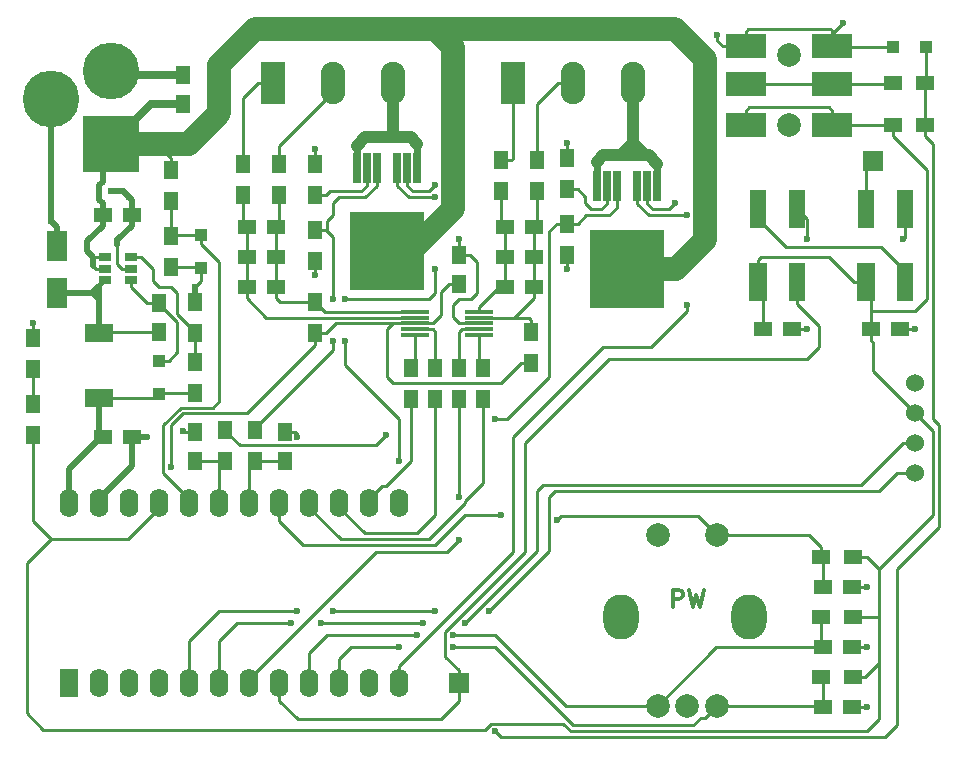
<source format=gbr>
G04 #@! TF.FileFunction,Copper,L1,Top,Signal*
%FSLAX46Y46*%
G04 Gerber Fmt 4.6, Leading zero omitted, Abs format (unit mm)*
G04 Created by KiCad (PCBNEW 4.0.7) date 07/05/18 11:54:09*
%MOMM*%
%LPD*%
G01*
G04 APERTURE LIST*
%ADD10C,0.100000*%
%ADD11C,0.300000*%
%ADD12R,1.500000X1.250000*%
%ADD13R,1.250000X1.500000*%
%ADD14R,1.500000X3.200000*%
%ADD15R,1.400000X3.200000*%
%ADD16R,1.300000X1.500000*%
%ADD17R,3.500000X2.000000*%
%ADD18C,2.000000*%
%ADD19R,2.080000X3.600000*%
%ADD20O,2.080000X3.600000*%
%ADD21C,4.800000*%
%ADD22R,4.800000X4.800000*%
%ADD23R,2.400000X1.500000*%
%ADD24R,1.500000X1.300000*%
%ADD25O,3.000000X3.800000*%
%ADD26R,1.600000X2.400000*%
%ADD27O,1.600000X2.400000*%
%ADD28R,0.650000X2.500000*%
%ADD29R,6.300000X6.600000*%
%ADD30R,2.450000X0.300000*%
%ADD31R,1.060000X0.650000*%
%ADD32R,1.800000X2.500000*%
%ADD33R,1.100000X1.100000*%
%ADD34R,1.700000X1.700000*%
%ADD35C,1.524000*%
%ADD36C,0.600000*%
%ADD37C,0.250000*%
%ADD38C,0.500000*%
%ADD39C,0.650000*%
%ADD40C,2.000000*%
%ADD41C,1.000000*%
%ADD42C,0.600000*%
G04 APERTURE END LIST*
D10*
D11*
X130322000Y-79926571D02*
X130322000Y-78426571D01*
X130893428Y-78426571D01*
X131036286Y-78498000D01*
X131107714Y-78569429D01*
X131179143Y-78712286D01*
X131179143Y-78926571D01*
X131107714Y-79069429D01*
X131036286Y-79140857D01*
X130893428Y-79212286D01*
X130322000Y-79212286D01*
X131679143Y-78426571D02*
X132036286Y-79926571D01*
X132322000Y-78855143D01*
X132607714Y-79926571D01*
X132964857Y-78426571D01*
D12*
X143022000Y-78232000D03*
X145522000Y-78232000D03*
D13*
X89916000Y-67564000D03*
X89916000Y-65064000D03*
X97536000Y-67564000D03*
X97536000Y-65064000D03*
D12*
X143022000Y-83312000D03*
X145522000Y-83312000D03*
D13*
X88900000Y-37318000D03*
X88900000Y-34818000D03*
D12*
X147086000Y-56388000D03*
X149586000Y-56388000D03*
X143022000Y-88392000D03*
X145522000Y-88392000D03*
X137942000Y-56388000D03*
X140442000Y-56388000D03*
X82062000Y-46736000D03*
X84562000Y-46736000D03*
X118598000Y-50292000D03*
X116098000Y-50292000D03*
X96754000Y-50292000D03*
X94254000Y-50292000D03*
X118598000Y-52832000D03*
X116098000Y-52832000D03*
X96754000Y-52832000D03*
X94254000Y-52832000D03*
X118598000Y-47752000D03*
X116098000Y-47752000D03*
X96754000Y-47752000D03*
X94254000Y-47752000D03*
D13*
X86868000Y-54122000D03*
X86868000Y-56622000D03*
D12*
X82062000Y-65532000D03*
X84562000Y-65532000D03*
D14*
X137542000Y-52376000D03*
D15*
X137542000Y-46176000D03*
X140842000Y-46176000D03*
X140842000Y-52376000D03*
D14*
X146686000Y-52376000D03*
D15*
X146686000Y-46176000D03*
X149986000Y-46176000D03*
X149986000Y-52376000D03*
D16*
X76200000Y-57070000D03*
X76200000Y-59770000D03*
D17*
X143858000Y-39116000D03*
X136558000Y-39116000D03*
X136558000Y-32416000D03*
X143858000Y-32416000D03*
X143858000Y-35616000D03*
X136558000Y-35616000D03*
D18*
X140208000Y-39116000D03*
X140208000Y-33116000D03*
D19*
X116840000Y-35560000D03*
D20*
X121920000Y-35560000D03*
X127000000Y-35560000D03*
D19*
X96520000Y-35560000D03*
D20*
X101600000Y-35560000D03*
X106680000Y-35560000D03*
D21*
X82804000Y-34544000D03*
D22*
X82804000Y-40644000D03*
D21*
X77724000Y-36834000D03*
D23*
X81788000Y-56686000D03*
X81788000Y-62186000D03*
D16*
X92456000Y-67564000D03*
X92456000Y-64864000D03*
X94996000Y-67564000D03*
X94996000Y-64864000D03*
X121412000Y-44530000D03*
X121412000Y-41830000D03*
X100076000Y-45038000D03*
X100076000Y-42338000D03*
X121412000Y-50118000D03*
X121412000Y-47418000D03*
X100076000Y-50626000D03*
X100076000Y-47926000D03*
X114300000Y-59610000D03*
X114300000Y-62310000D03*
X108204000Y-59610000D03*
X108204000Y-62310000D03*
D24*
X149018000Y-39116000D03*
X151718000Y-39116000D03*
X149018000Y-35560000D03*
X151718000Y-35560000D03*
D16*
X110236000Y-59610000D03*
X110236000Y-62310000D03*
X112268000Y-59610000D03*
X112268000Y-62310000D03*
X118364000Y-59262000D03*
X118364000Y-56562000D03*
X100076000Y-56722000D03*
X100076000Y-54022000D03*
D24*
X145622000Y-75692000D03*
X142922000Y-75692000D03*
X145622000Y-80772000D03*
X142922000Y-80772000D03*
X145622000Y-85852000D03*
X142922000Y-85852000D03*
D16*
X118872000Y-42004000D03*
X118872000Y-44704000D03*
X115824000Y-42004000D03*
X115824000Y-44704000D03*
X97028000Y-42338000D03*
X97028000Y-45038000D03*
X93980000Y-42338000D03*
X93980000Y-45038000D03*
X89916000Y-61802000D03*
X89916000Y-59102000D03*
X89916000Y-56722000D03*
X89916000Y-54022000D03*
X87884000Y-42846000D03*
X87884000Y-45546000D03*
X87884000Y-48434000D03*
X87884000Y-51134000D03*
X76200000Y-65358000D03*
X76200000Y-62658000D03*
D18*
X129072000Y-88272000D03*
X131572000Y-88272000D03*
X134072000Y-88272000D03*
X134072000Y-73772000D03*
X129072000Y-73772000D03*
D25*
X125972000Y-80772000D03*
X136772000Y-80772000D03*
D26*
X79248000Y-86360000D03*
D27*
X107188000Y-71120000D03*
X81788000Y-86360000D03*
X104648000Y-71120000D03*
X84328000Y-86360000D03*
X102108000Y-71120000D03*
X86868000Y-86360000D03*
X99568000Y-71120000D03*
X89408000Y-86360000D03*
X97028000Y-71120000D03*
X91948000Y-86360000D03*
X94488000Y-71120000D03*
X94488000Y-86360000D03*
X91948000Y-71120000D03*
X97028000Y-86360000D03*
X89408000Y-71120000D03*
X99568000Y-86360000D03*
X86868000Y-71120000D03*
X102108000Y-86360000D03*
X84328000Y-71120000D03*
X104648000Y-86360000D03*
X81788000Y-71120000D03*
X107188000Y-86360000D03*
X79248000Y-71120000D03*
D28*
X129042000Y-44238000D03*
X128192000Y-44238000D03*
X127342000Y-44238000D03*
D29*
X126492000Y-51308000D03*
D28*
X125642000Y-44238000D03*
X124792000Y-44238000D03*
X123942000Y-44238000D03*
X108722000Y-42714000D03*
X107872000Y-42714000D03*
X107022000Y-42714000D03*
D29*
X106172000Y-49784000D03*
D28*
X105322000Y-42714000D03*
X104472000Y-42714000D03*
X103622000Y-42714000D03*
D30*
X113952000Y-56880000D03*
X113952000Y-56380000D03*
X113952000Y-55880000D03*
X113952000Y-55380000D03*
X113952000Y-54880000D03*
X108552000Y-54880000D03*
X108552000Y-55380000D03*
X108552000Y-55880000D03*
X108552000Y-56380000D03*
X108552000Y-56880000D03*
D31*
X84496000Y-52192000D03*
X84496000Y-51242000D03*
X84496000Y-50292000D03*
X82296000Y-50292000D03*
X82296000Y-52192000D03*
X82296000Y-51242000D03*
D32*
X78232000Y-53308000D03*
X78232000Y-49308000D03*
D33*
X86868000Y-59052000D03*
X86868000Y-61852000D03*
X151768000Y-32512000D03*
X148968000Y-32512000D03*
X90424000Y-48384000D03*
X90424000Y-51184000D03*
D13*
X112268000Y-52558000D03*
X112268000Y-50058000D03*
D34*
X112268000Y-86360000D03*
X147320000Y-42164000D03*
D35*
X150876000Y-60960000D03*
X150876000Y-63500000D03*
X150876000Y-66040000D03*
X150876000Y-68580000D03*
D36*
X146812000Y-88392000D03*
X146812000Y-83312000D03*
X146812000Y-78232000D03*
X141732000Y-48768000D03*
X141732000Y-56388000D03*
X150876000Y-56388000D03*
X149860000Y-48768000D03*
X76200000Y-55880000D03*
X98552000Y-65513991D03*
X88900000Y-65024000D03*
X144780000Y-30480000D03*
X134112000Y-31496000D03*
X130556000Y-45720000D03*
X121412000Y-40640000D03*
X121412000Y-51308000D03*
X112268000Y-48768000D03*
X110236000Y-44196000D03*
X100076000Y-51816000D03*
X100076000Y-41148000D03*
X85852000Y-65532000D03*
X89916000Y-52832000D03*
X77724000Y-47244000D03*
X82804000Y-44704000D03*
X83820000Y-44704000D03*
X77724000Y-43180000D03*
X84328000Y-45212000D03*
X107188000Y-83312000D03*
X111760000Y-83312000D03*
X108712000Y-82296000D03*
X111760000Y-82296000D03*
X120563010Y-72496642D03*
X115824000Y-72136000D03*
X87884000Y-68072000D03*
X112268000Y-74201358D03*
X112221377Y-70539918D03*
X115316000Y-90424000D03*
X106032200Y-65330810D03*
X115316000Y-64008000D03*
X101600000Y-57404000D03*
X101600000Y-53848000D03*
X98044000Y-81280000D03*
X100584000Y-81280000D03*
X109220000Y-81280000D03*
X112776000Y-81280000D03*
X98552000Y-80264000D03*
X101600000Y-80264000D03*
X110236000Y-80264000D03*
X114808000Y-80264000D03*
X110236000Y-51308000D03*
X107188000Y-67564000D03*
X102616000Y-57404000D03*
X102616000Y-53848000D03*
X110236000Y-45212000D03*
X131572000Y-54356000D03*
X131572000Y-46736000D03*
D37*
X145522000Y-88392000D02*
X146812000Y-88392000D01*
X145522000Y-83312000D02*
X146812000Y-83312000D01*
X145522000Y-78232000D02*
X146812000Y-78232000D01*
X141732000Y-48768000D02*
X141732000Y-47066000D01*
X141732000Y-47066000D02*
X140842000Y-46176000D01*
X140442000Y-56388000D02*
X141732000Y-56388000D01*
X150876000Y-56388000D02*
X149586000Y-56388000D01*
X149986000Y-46176000D02*
X149986000Y-48642000D01*
X149986000Y-48642000D02*
X149860000Y-48768000D01*
X76200000Y-57070000D02*
X76200000Y-55880000D01*
X98552000Y-65205000D02*
X98552000Y-65513991D01*
X98411000Y-65064000D02*
X98552000Y-65205000D01*
X97536000Y-65064000D02*
X98411000Y-65064000D01*
X89916000Y-65064000D02*
X88940000Y-65064000D01*
X88940000Y-65064000D02*
X88900000Y-65024000D01*
X90424000Y-51184000D02*
X90424000Y-52324000D01*
X90424000Y-52324000D02*
X89916000Y-52832000D01*
X87884000Y-51134000D02*
X90374000Y-51134000D01*
X90374000Y-51134000D02*
X90424000Y-51184000D01*
X143858000Y-32416000D02*
X143858000Y-31402000D01*
X143858000Y-31402000D02*
X144780000Y-30480000D01*
X136558000Y-32416000D02*
X134558000Y-32416000D01*
X134558000Y-32416000D02*
X134112000Y-31970000D01*
X134112000Y-31970000D02*
X134112000Y-31496000D01*
X128682000Y-46228000D02*
X129540000Y-46228000D01*
X129540000Y-46228000D02*
X130048000Y-46228000D01*
X130048000Y-46228000D02*
X130556000Y-45720000D01*
X121412000Y-41830000D02*
X121412000Y-40640000D01*
X121412000Y-50118000D02*
X121412000Y-51308000D01*
X112268000Y-50058000D02*
X112268000Y-48768000D01*
X108362000Y-44704000D02*
X109220000Y-44704000D01*
X109220000Y-44704000D02*
X109728000Y-44704000D01*
X109728000Y-44704000D02*
X110236000Y-44196000D01*
X100076000Y-50626000D02*
X100076000Y-51816000D01*
X100076000Y-42338000D02*
X100076000Y-41148000D01*
D38*
X84562000Y-65532000D02*
X85852000Y-65532000D01*
X89916000Y-54022000D02*
X89916000Y-52832000D01*
X77724000Y-36834000D02*
X77724000Y-47244000D01*
X78232000Y-49308000D02*
X78232000Y-47752000D01*
X78232000Y-47752000D02*
X77724000Y-47244000D01*
X81788000Y-71120000D02*
X81788000Y-70720000D01*
X81788000Y-70720000D02*
X84562000Y-67946000D01*
X84562000Y-67946000D02*
X84562000Y-65532000D01*
X83820000Y-44704000D02*
X82804000Y-44704000D01*
X84328000Y-45212000D02*
X83820000Y-44704000D01*
X84562000Y-46736000D02*
X84562000Y-45446000D01*
X84562000Y-45446000D02*
X84328000Y-45212000D01*
D37*
X83312000Y-50838000D02*
X83312000Y-49276000D01*
D38*
X83312000Y-48768000D02*
X83312000Y-49276000D01*
X83312000Y-48768000D02*
X83405000Y-48768000D01*
X83405000Y-48768000D02*
X84562000Y-47611000D01*
X84562000Y-46736000D02*
X84562000Y-47611000D01*
D37*
X84496000Y-51242000D02*
X83716000Y-51242000D01*
X83716000Y-51242000D02*
X83312000Y-50838000D01*
D39*
X88900000Y-34818000D02*
X83078000Y-34818000D01*
X83078000Y-34818000D02*
X82804000Y-34544000D01*
D37*
X112268000Y-50058000D02*
X113143000Y-50058000D01*
X113143000Y-50058000D02*
X113792000Y-50707000D01*
X113792000Y-50707000D02*
X113792000Y-53340000D01*
X113792000Y-53340000D02*
X113284000Y-53848000D01*
X113284000Y-53848000D02*
X112268000Y-53848000D01*
X112268000Y-53848000D02*
X111760000Y-54356000D01*
X112268000Y-55880000D02*
X113952000Y-55880000D01*
X111760000Y-54356000D02*
X111760000Y-55372000D01*
X111760000Y-55372000D02*
X112268000Y-55880000D01*
X136558000Y-32416000D02*
X136558000Y-31166000D01*
X136558000Y-31166000D02*
X136736000Y-30988000D01*
X136736000Y-30988000D02*
X143764000Y-30988000D01*
X143764000Y-30988000D02*
X143858000Y-31082000D01*
X143858000Y-31082000D02*
X143858000Y-32416000D01*
X148968000Y-32512000D02*
X143954000Y-32512000D01*
X143954000Y-32512000D02*
X143858000Y-32416000D01*
X93980000Y-42338000D02*
X93980000Y-36810000D01*
X93980000Y-36810000D02*
X95230000Y-35560000D01*
X95230000Y-35560000D02*
X96520000Y-35560000D01*
X116840000Y-35560000D02*
X116840000Y-41888000D01*
X116724000Y-42004000D02*
X115824000Y-42004000D01*
X116840000Y-41888000D02*
X116724000Y-42004000D01*
X128192000Y-44238000D02*
X128192000Y-45738000D01*
X128192000Y-45738000D02*
X128682000Y-46228000D01*
X107872000Y-42714000D02*
X107872000Y-44214000D01*
X107872000Y-44214000D02*
X108362000Y-44704000D01*
X87208999Y-68520999D02*
X89408000Y-70720000D01*
X87208999Y-64483879D02*
X87208999Y-68520999D01*
X88692888Y-62999990D02*
X87208999Y-64483879D01*
X89408000Y-70720000D02*
X89408000Y-71120000D01*
X91432011Y-62999989D02*
X88692888Y-62999990D01*
X91948000Y-62484000D02*
X91432011Y-62999989D01*
X91948000Y-50708000D02*
X91948000Y-62484000D01*
X90424000Y-49184000D02*
X91948000Y-50708000D01*
X90424000Y-48384000D02*
X90424000Y-49184000D01*
X87884000Y-48434000D02*
X87884000Y-45546000D01*
X90424000Y-48384000D02*
X87934000Y-48384000D01*
X87934000Y-48384000D02*
X87884000Y-48434000D01*
X90374000Y-48434000D02*
X90424000Y-48384000D01*
X103124000Y-83312000D02*
X102108000Y-84328000D01*
X102108000Y-84328000D02*
X102108000Y-86360000D01*
X107188000Y-83312000D02*
X103124000Y-83312000D01*
X121920000Y-89916000D02*
X115316000Y-83312000D01*
X115316000Y-83312000D02*
X111760000Y-83312000D01*
X132080000Y-89916000D02*
X121920000Y-89916000D01*
X132724001Y-89271999D02*
X132080000Y-89916000D01*
X133072001Y-89271999D02*
X132724001Y-89271999D01*
X134072000Y-88272000D02*
X133072001Y-89271999D01*
X143022000Y-88392000D02*
X143022000Y-85952000D01*
X143022000Y-85952000D02*
X142922000Y-85852000D01*
X134072000Y-88272000D02*
X142902000Y-88272000D01*
X142902000Y-88272000D02*
X143022000Y-88392000D01*
X101092000Y-82296000D02*
X99568000Y-83820000D01*
X99568000Y-83820000D02*
X99568000Y-86360000D01*
X108712000Y-82296000D02*
X101092000Y-82296000D01*
X121292000Y-88272000D02*
X115316000Y-82296000D01*
X115316000Y-82296000D02*
X111760000Y-82296000D01*
X129072000Y-88272000D02*
X121292000Y-88272000D01*
X142922000Y-80772000D02*
X142922000Y-83212000D01*
X142922000Y-83212000D02*
X143022000Y-83312000D01*
X129072000Y-88272000D02*
X134032000Y-83312000D01*
X134032000Y-83312000D02*
X143022000Y-83312000D01*
X120863009Y-72196643D02*
X120563010Y-72496642D01*
X132496643Y-72196643D02*
X120863009Y-72196643D01*
X134072000Y-73772000D02*
X132496643Y-72196643D01*
X112776000Y-72136000D02*
X115824000Y-72136000D01*
X111760000Y-73152000D02*
X112776000Y-72136000D01*
X110236000Y-74676000D02*
X111760000Y-73152000D01*
X99060000Y-74676000D02*
X110236000Y-74676000D01*
X97028000Y-72644000D02*
X99060000Y-74676000D01*
X97028000Y-71120000D02*
X97028000Y-72644000D01*
X134072000Y-73772000D02*
X141902000Y-73772000D01*
X141902000Y-73772000D02*
X142922000Y-74792000D01*
X142922000Y-74792000D02*
X142922000Y-75692000D01*
X143022000Y-78232000D02*
X143022000Y-75792000D01*
X143022000Y-75792000D02*
X142922000Y-75692000D01*
X146819990Y-90416010D02*
X147828000Y-89408000D01*
X121045876Y-89748998D02*
X121712889Y-90416011D01*
X114991998Y-89748998D02*
X121045876Y-89748998D01*
X114483998Y-90256998D02*
X114991998Y-89748998D01*
X121712889Y-90416011D02*
X146819990Y-90416010D01*
X77048998Y-90256998D02*
X114483998Y-90256998D01*
X75692000Y-88900000D02*
X77048998Y-90256998D01*
X77724000Y-74168000D02*
X75692000Y-76200000D01*
X147828000Y-89408000D02*
X147828000Y-84646000D01*
X75692000Y-76200000D02*
X75692000Y-88900000D01*
X87884000Y-64516000D02*
X87884000Y-68072000D01*
X88900000Y-63500000D02*
X87884000Y-64516000D01*
X94298000Y-63500000D02*
X88900000Y-63500000D01*
X100076000Y-57722000D02*
X94298000Y-63500000D01*
X100076000Y-56722000D02*
X100076000Y-57722000D01*
X150876000Y-63500000D02*
X152400000Y-65024000D01*
X152400000Y-65024000D02*
X152400000Y-72136000D01*
X152400000Y-72136000D02*
X147828000Y-76708000D01*
X137776000Y-50292000D02*
X143602000Y-50292000D01*
X143602000Y-50292000D02*
X145686000Y-52376000D01*
X145686000Y-52376000D02*
X146686000Y-52376000D01*
X137542000Y-52376000D02*
X137542000Y-50526000D01*
X137542000Y-50526000D02*
X137776000Y-50292000D01*
X147320000Y-57497000D02*
X147320000Y-59944000D01*
X147320000Y-59944000D02*
X150876000Y-63500000D01*
X147086000Y-56388000D02*
X147086000Y-57263000D01*
X147086000Y-57263000D02*
X147320000Y-57497000D01*
X147828000Y-84646000D02*
X147828000Y-80772000D01*
X147828000Y-80772000D02*
X147828000Y-76708000D01*
X145622000Y-80772000D02*
X147828000Y-80772000D01*
X145622000Y-85852000D02*
X146622000Y-85852000D01*
X146622000Y-85852000D02*
X147828000Y-84646000D01*
X147828000Y-76708000D02*
X146812000Y-75692000D01*
X146812000Y-75692000D02*
X145622000Y-75692000D01*
X147086000Y-56388000D02*
X147086000Y-54864000D01*
X147086000Y-54864000D02*
X147086000Y-52776000D01*
X150876000Y-54864000D02*
X147086000Y-54864000D01*
X151892000Y-53848000D02*
X150876000Y-54864000D01*
X151892000Y-42890000D02*
X151892000Y-53848000D01*
X149018000Y-39116000D02*
X149018000Y-40016000D01*
X149018000Y-40016000D02*
X151892000Y-42890000D01*
X147086000Y-52776000D02*
X146686000Y-52376000D01*
X137942000Y-56388000D02*
X137942000Y-52776000D01*
X137942000Y-52776000D02*
X137542000Y-52376000D01*
X77724000Y-74168000D02*
X84220000Y-74168000D01*
X84220000Y-74168000D02*
X86868000Y-71520000D01*
X86868000Y-71520000D02*
X86868000Y-71120000D01*
X76200000Y-72644000D02*
X77724000Y-74168000D01*
X76200000Y-65358000D02*
X76200000Y-72644000D01*
X107077000Y-55880000D02*
X106680000Y-55880000D01*
X106680000Y-55880000D02*
X102108000Y-55880000D01*
X118364000Y-59262000D02*
X117464000Y-59262000D01*
X117464000Y-59262000D02*
X115766000Y-60960000D01*
X115766000Y-60960000D02*
X106680000Y-60960000D01*
X106680000Y-60960000D02*
X106172000Y-60452000D01*
X106172000Y-60452000D02*
X106172000Y-56388000D01*
X106172000Y-56388000D02*
X106680000Y-55880000D01*
X112268000Y-52558000D02*
X111393000Y-52558000D01*
X111393000Y-52558000D02*
X110744000Y-53207000D01*
X110027000Y-55880000D02*
X108552000Y-55880000D01*
X110744000Y-53207000D02*
X110744000Y-55163000D01*
X110744000Y-55163000D02*
X110027000Y-55880000D01*
X100076000Y-56722000D02*
X100976000Y-56722000D01*
X100976000Y-56722000D02*
X101818000Y-55880000D01*
X101818000Y-55880000D02*
X102108000Y-55880000D01*
X108552000Y-55880000D02*
X107077000Y-55880000D01*
X136558000Y-39116000D02*
X136558000Y-37866000D01*
X136832000Y-37592000D02*
X143584000Y-37592000D01*
X136558000Y-37866000D02*
X136832000Y-37592000D01*
X143584000Y-37592000D02*
X143858000Y-37866000D01*
X143858000Y-37866000D02*
X143858000Y-39116000D01*
X149018000Y-39116000D02*
X148018000Y-39116000D01*
X148018000Y-39116000D02*
X143858000Y-39116000D01*
D38*
X82804000Y-40644000D02*
X82062000Y-41386000D01*
X82062000Y-41386000D02*
X82062000Y-43922000D01*
X82062000Y-43922000D02*
X81788000Y-44196000D01*
X82062000Y-45720000D02*
X82062000Y-46736000D01*
X81788000Y-44196000D02*
X81788000Y-45446000D01*
X81788000Y-45446000D02*
X82062000Y-45720000D01*
D37*
X87884000Y-42846000D02*
X87884000Y-41846000D01*
X87884000Y-41846000D02*
X86682000Y-40644000D01*
X86682000Y-40644000D02*
X85454000Y-40644000D01*
X85454000Y-40644000D02*
X82804000Y-40644000D01*
D38*
X81280000Y-51006000D02*
X81280000Y-50292000D01*
X80772000Y-49784000D02*
X81280000Y-50292000D01*
X80772000Y-48901000D02*
X80772000Y-49784000D01*
X80772000Y-48901000D02*
X82062000Y-47611000D01*
X82062000Y-46736000D02*
X82062000Y-47611000D01*
D37*
X82296000Y-51242000D02*
X81516000Y-51242000D01*
X81516000Y-51242000D02*
X81280000Y-51006000D01*
X81280000Y-50292000D02*
X82296000Y-50292000D01*
D39*
X88900000Y-37318000D02*
X86130000Y-37318000D01*
X86130000Y-37318000D02*
X82804000Y-40644000D01*
D40*
X82804000Y-40644000D02*
X89404000Y-40644000D01*
X91948000Y-34036000D02*
X94996000Y-30988000D01*
X91948000Y-38100000D02*
X91948000Y-34036000D01*
X94996000Y-30988000D02*
X109728000Y-30988000D01*
X89404000Y-40644000D02*
X91948000Y-38100000D01*
D39*
X84098000Y-39350000D02*
X82804000Y-40644000D01*
D40*
X111760000Y-30988000D02*
X112776000Y-30988000D01*
X112776000Y-30988000D02*
X130556000Y-30988000D01*
X130642000Y-51308000D02*
X133096000Y-48854000D01*
X126492000Y-51308000D02*
X130642000Y-51308000D01*
X133096000Y-48854000D02*
X133096000Y-34036000D01*
X133096000Y-33528000D02*
X133096000Y-34036000D01*
X130556000Y-30988000D02*
X133096000Y-33528000D01*
D41*
X111760000Y-32512000D02*
X111760000Y-32004000D01*
X111760000Y-32004000D02*
X112776000Y-30988000D01*
D40*
X109728000Y-30988000D02*
X111760000Y-30988000D01*
D41*
X111760000Y-32512000D02*
X111760000Y-30988000D01*
D40*
X111760000Y-46228000D02*
X111760000Y-32512000D01*
X108204000Y-49784000D02*
X111760000Y-46228000D01*
D41*
X109728000Y-30988000D02*
X110236000Y-30988000D01*
D40*
X110236000Y-30988000D02*
X111760000Y-32512000D01*
D41*
X106172000Y-49784000D02*
X108204000Y-49784000D01*
D37*
X102216000Y-74168000D02*
X99568000Y-71520000D01*
X112783989Y-71112011D02*
X109728000Y-74168000D01*
X112783989Y-70912889D02*
X112783989Y-71112011D01*
X114300000Y-69396878D02*
X112783989Y-70912889D01*
X99568000Y-71520000D02*
X99568000Y-71120000D01*
X109728000Y-74168000D02*
X102216000Y-74168000D01*
X114300000Y-62310000D02*
X114300000Y-69396878D01*
X111252000Y-75217358D02*
X111968001Y-74501357D01*
X111968001Y-74501357D02*
X112268000Y-74201358D01*
X105230642Y-75217358D02*
X111252000Y-75217358D01*
X94488000Y-85960000D02*
X105230642Y-75217358D01*
X94488000Y-86360000D02*
X94488000Y-85960000D01*
X112268000Y-70493295D02*
X112221377Y-70539918D01*
X112268000Y-62310000D02*
X112268000Y-70493295D01*
X104648000Y-70720000D02*
X104648000Y-71120000D01*
X105698000Y-69670000D02*
X104648000Y-70720000D01*
X108204000Y-67564000D02*
X106098000Y-69670000D01*
X108204000Y-62310000D02*
X108204000Y-67564000D01*
X106098000Y-69670000D02*
X105698000Y-69670000D01*
X76200000Y-59770000D02*
X76200000Y-62658000D01*
X91948000Y-71120000D02*
X91948000Y-68072000D01*
X91948000Y-68072000D02*
X92456000Y-67564000D01*
X89916000Y-67564000D02*
X92456000Y-67564000D01*
X94996000Y-67564000D02*
X97536000Y-67564000D01*
X94488000Y-71120000D02*
X94488000Y-68072000D01*
X94488000Y-68072000D02*
X94996000Y-67564000D01*
X84496000Y-52192000D02*
X84496000Y-52767000D01*
X84496000Y-52767000D02*
X85851000Y-54122000D01*
X85851000Y-54122000D02*
X85993000Y-54122000D01*
X85993000Y-54122000D02*
X86868000Y-54122000D01*
X88392000Y-58328000D02*
X88392000Y-55771000D01*
X88392000Y-55771000D02*
X86868000Y-54247000D01*
X86868000Y-54247000D02*
X86868000Y-54122000D01*
X86868000Y-59052000D02*
X87668000Y-59052000D01*
X87668000Y-59052000D02*
X88392000Y-58328000D01*
D38*
X81788000Y-56686000D02*
X81788000Y-53848000D01*
X81180000Y-53308000D02*
X81248000Y-53308000D01*
X81248000Y-53308000D02*
X81788000Y-53848000D01*
X78232000Y-53308000D02*
X79632000Y-53308000D01*
X79632000Y-53308000D02*
X81180000Y-53308000D01*
X81788000Y-53848000D02*
X81788000Y-52700000D01*
X81180000Y-53308000D02*
X81788000Y-52700000D01*
D37*
X81788000Y-52700000D02*
X82296000Y-52192000D01*
X86868000Y-56622000D02*
X81852000Y-56622000D01*
X81852000Y-56622000D02*
X81788000Y-56686000D01*
D38*
X79248000Y-71120000D02*
X79248000Y-68221000D01*
X79248000Y-68221000D02*
X81937000Y-65532000D01*
X81937000Y-65532000D02*
X82062000Y-65532000D01*
X81788000Y-62186000D02*
X81788000Y-65258000D01*
X81788000Y-65258000D02*
X82062000Y-65532000D01*
D37*
X81788000Y-62186000D02*
X86534000Y-62186000D01*
X86534000Y-62186000D02*
X86868000Y-61852000D01*
X89916000Y-61802000D02*
X86918000Y-61802000D01*
X86918000Y-61802000D02*
X86868000Y-61852000D01*
X111084998Y-84076998D02*
X112268000Y-85260000D01*
X112268000Y-85260000D02*
X112268000Y-86360000D01*
X111084998Y-81971998D02*
X111084998Y-84076998D01*
X117856000Y-66040000D02*
X117856000Y-75200996D01*
X117856000Y-75200996D02*
X111084998Y-81971998D01*
X141732000Y-58928000D02*
X124968000Y-58928000D01*
X142748000Y-57912000D02*
X141732000Y-58928000D01*
X142748000Y-56132000D02*
X142748000Y-57912000D01*
X140842000Y-54226000D02*
X142748000Y-56132000D01*
X140842000Y-52376000D02*
X140842000Y-54226000D01*
X124968000Y-58928000D02*
X117856000Y-66040000D01*
X110744000Y-89408000D02*
X112268000Y-87884000D01*
X112268000Y-87884000D02*
X112268000Y-86360000D01*
X98626000Y-89408000D02*
X110744000Y-89408000D01*
X97028000Y-86360000D02*
X97028000Y-87810000D01*
X97028000Y-87810000D02*
X98626000Y-89408000D01*
X148336000Y-90932000D02*
X115824000Y-90932000D01*
X115824000Y-90932000D02*
X115316000Y-90424000D01*
X149352000Y-89916000D02*
X148336000Y-90932000D01*
X149352000Y-76708000D02*
X149352000Y-89916000D01*
X152908000Y-73152000D02*
X149352000Y-76708000D01*
X152908000Y-64516000D02*
X152908000Y-73152000D01*
X152400000Y-64008000D02*
X152908000Y-64516000D01*
X152400000Y-40698000D02*
X152400000Y-64008000D01*
X151718000Y-39116000D02*
X151718000Y-40016000D01*
X151718000Y-40016000D02*
X152400000Y-40698000D01*
X151718000Y-35560000D02*
X151718000Y-36460000D01*
X151718000Y-36460000D02*
X151718000Y-39116000D01*
X151768000Y-32512000D02*
X151768000Y-35510000D01*
X151768000Y-35510000D02*
X151718000Y-35560000D01*
X143858000Y-35616000D02*
X148962000Y-35616000D01*
X148962000Y-35616000D02*
X149018000Y-35560000D01*
X136558000Y-35616000D02*
X143858000Y-35616000D01*
X105732201Y-65630809D02*
X106032200Y-65330810D01*
X105174009Y-66189001D02*
X105732201Y-65630809D01*
X93681001Y-66189001D02*
X105174009Y-66189001D01*
X92456000Y-64964000D02*
X93681001Y-66189001D01*
X92456000Y-64864000D02*
X92456000Y-64964000D01*
X119888000Y-60452000D02*
X116332000Y-64008000D01*
X116332000Y-64008000D02*
X115316000Y-64008000D01*
X119888000Y-51816000D02*
X119888000Y-60452000D01*
X119888000Y-48042000D02*
X119888000Y-51816000D01*
X121412000Y-47418000D02*
X120512000Y-47418000D01*
X120512000Y-47418000D02*
X119888000Y-48042000D01*
X124968000Y-46736000D02*
X125642000Y-46062000D01*
X125642000Y-46062000D02*
X125642000Y-44238000D01*
X122994000Y-46736000D02*
X124968000Y-46736000D01*
X121412000Y-47418000D02*
X122312000Y-47418000D01*
X122312000Y-47418000D02*
X122994000Y-46736000D01*
X101600000Y-57404000D02*
X101600000Y-58160000D01*
X101600000Y-58160000D02*
X94996000Y-64764000D01*
X94996000Y-64764000D02*
X94996000Y-64864000D01*
X101600000Y-48550000D02*
X101600000Y-53848000D01*
X100976000Y-47926000D02*
X101600000Y-48550000D01*
X101092000Y-47244000D02*
X101092000Y-47810000D01*
X101092000Y-47810000D02*
X100976000Y-47926000D01*
X100976000Y-47926000D02*
X100076000Y-47926000D01*
X101600000Y-46736000D02*
X101092000Y-47244000D01*
X101600000Y-45720000D02*
X101600000Y-46736000D01*
X102108000Y-45212000D02*
X101600000Y-45720000D01*
X104324000Y-45212000D02*
X102108000Y-45212000D01*
X105322000Y-44214000D02*
X104324000Y-45212000D01*
X105322000Y-42714000D02*
X105322000Y-44214000D01*
X123444000Y-46228000D02*
X124302000Y-46228000D01*
X124302000Y-46228000D02*
X124792000Y-45738000D01*
X124792000Y-45738000D02*
X124792000Y-44238000D01*
X122936000Y-45720000D02*
X123444000Y-46228000D01*
X122936000Y-45154000D02*
X122936000Y-45720000D01*
X121412000Y-44530000D02*
X122312000Y-44530000D01*
X122312000Y-44530000D02*
X122936000Y-45154000D01*
X100076000Y-45038000D02*
X100976000Y-45038000D01*
X100976000Y-45038000D02*
X101310000Y-44704000D01*
X101310000Y-44704000D02*
X103982000Y-44704000D01*
X103982000Y-44704000D02*
X104472000Y-44214000D01*
X104472000Y-44214000D02*
X104472000Y-42714000D01*
X113952000Y-56880000D02*
X113952000Y-59262000D01*
X113952000Y-59262000D02*
X114300000Y-59610000D01*
X108552000Y-56880000D02*
X108552000Y-59262000D01*
X108552000Y-59262000D02*
X108204000Y-59610000D01*
X108552000Y-56380000D02*
X110027000Y-56380000D01*
X110027000Y-56380000D02*
X110236000Y-56589000D01*
X110236000Y-56589000D02*
X110236000Y-58610000D01*
X110236000Y-58610000D02*
X110236000Y-59610000D01*
X108712000Y-73660000D02*
X104248000Y-73660000D01*
X104248000Y-73660000D02*
X102108000Y-71520000D01*
X102108000Y-71520000D02*
X102108000Y-71120000D01*
X110236000Y-72136000D02*
X108712000Y-73660000D01*
X110236000Y-62310000D02*
X110236000Y-72136000D01*
X113952000Y-56380000D02*
X112477000Y-56380000D01*
X112477000Y-56380000D02*
X112268000Y-56589000D01*
X112268000Y-56589000D02*
X112268000Y-58610000D01*
X112268000Y-58610000D02*
X112268000Y-59610000D01*
X84496000Y-50292000D02*
X85344000Y-50292000D01*
X86360000Y-51308000D02*
X86360000Y-52324000D01*
X85344000Y-50292000D02*
X86360000Y-51308000D01*
X86360000Y-52324000D02*
X86868000Y-52832000D01*
X86868000Y-52832000D02*
X87884000Y-52832000D01*
X87884000Y-52832000D02*
X88392000Y-53340000D01*
X88392000Y-53340000D02*
X88392000Y-55098000D01*
X88392000Y-55098000D02*
X89916000Y-56622000D01*
X89916000Y-56622000D02*
X89916000Y-56722000D01*
X89916000Y-56722000D02*
X89916000Y-59102000D01*
X93472000Y-81280000D02*
X91948000Y-82804000D01*
X91948000Y-82804000D02*
X91948000Y-86360000D01*
X98044000Y-81280000D02*
X93472000Y-81280000D01*
X107696000Y-81280000D02*
X100584000Y-81280000D01*
X109220000Y-81280000D02*
X107696000Y-81280000D01*
X117348000Y-76708000D02*
X112776000Y-81280000D01*
X118872000Y-75184000D02*
X117348000Y-76708000D01*
X118872000Y-70104000D02*
X118872000Y-75184000D01*
X119380000Y-69596000D02*
X118872000Y-70104000D01*
X146242370Y-69596000D02*
X119380000Y-69596000D01*
X150876000Y-66040000D02*
X149798370Y-66040000D01*
X149798370Y-66040000D02*
X146242370Y-69596000D01*
X91948000Y-80264000D02*
X89408000Y-82804000D01*
X89408000Y-82804000D02*
X89408000Y-86360000D01*
X98552000Y-80264000D02*
X91948000Y-80264000D01*
X110236000Y-80264000D02*
X101600000Y-80264000D01*
X117856000Y-77216000D02*
X114808000Y-80264000D01*
X120396000Y-70104000D02*
X147828000Y-70104000D01*
X119888000Y-70612000D02*
X119888000Y-73660000D01*
X119888000Y-70612000D02*
X120396000Y-70104000D01*
X119888000Y-75184000D02*
X117856000Y-77216000D01*
X119888000Y-73660000D02*
X119888000Y-75184000D01*
X149352000Y-68580000D02*
X147828000Y-70104000D01*
X150876000Y-68580000D02*
X149352000Y-68580000D01*
X110236000Y-51308000D02*
X110236000Y-53340000D01*
X107188000Y-67564000D02*
X107188000Y-64008000D01*
X107188000Y-64008000D02*
X102616000Y-59436000D01*
X102616000Y-59436000D02*
X102616000Y-57404000D01*
X109728000Y-53848000D02*
X102616000Y-53848000D01*
X110236000Y-53340000D02*
X109728000Y-53848000D01*
X108020000Y-45212000D02*
X110236000Y-45212000D01*
X107022000Y-42714000D02*
X107022000Y-44214000D01*
X107022000Y-44214000D02*
X108020000Y-45212000D01*
X116840000Y-65532000D02*
X116840000Y-75258000D01*
X107188000Y-84910000D02*
X107188000Y-86360000D01*
X116840000Y-75258000D02*
X107188000Y-84910000D01*
X124460000Y-57912000D02*
X116840000Y-65532000D01*
X128524000Y-57912000D02*
X124460000Y-57912000D01*
X131572000Y-54864000D02*
X128524000Y-57912000D01*
X131572000Y-54356000D02*
X131572000Y-54864000D01*
X127342000Y-45738000D02*
X128340000Y-46736000D01*
X128340000Y-46736000D02*
X131572000Y-46736000D01*
X127342000Y-44238000D02*
X127342000Y-45738000D01*
X121920000Y-35560000D02*
X120630000Y-35560000D01*
X120630000Y-35560000D02*
X118872000Y-37318000D01*
X118872000Y-37318000D02*
X118872000Y-41004000D01*
X118872000Y-41004000D02*
X118872000Y-42004000D01*
D41*
X123942000Y-42174000D02*
X124460000Y-41656000D01*
X129042000Y-42338000D02*
X128360000Y-41656000D01*
X125984000Y-41656000D02*
X128360000Y-41656000D01*
X124460000Y-41656000D02*
X125984000Y-41656000D01*
X125984000Y-41656000D02*
X127000000Y-40640000D01*
X127000000Y-35560000D02*
X127000000Y-40640000D01*
X127000000Y-40640000D02*
X127000000Y-41656000D01*
X128360000Y-41656000D02*
X128016000Y-41656000D01*
X128016000Y-41656000D02*
X127000000Y-40640000D01*
D39*
X128360000Y-41656000D02*
X127000000Y-41656000D01*
X127000000Y-41656000D02*
X124460000Y-41656000D01*
D42*
X123942000Y-42174000D02*
X123942000Y-44238000D01*
X129042000Y-44238000D02*
X129042000Y-42338000D01*
D37*
X97028000Y-40892000D02*
X97028000Y-42338000D01*
X101600000Y-35560000D02*
X101600000Y-36320000D01*
X101600000Y-36320000D02*
X97028000Y-40892000D01*
D41*
X108722000Y-40650000D02*
X108204000Y-40132000D01*
X103622000Y-40814000D02*
X104304000Y-40132000D01*
X104304000Y-40132000D02*
X108204000Y-40132000D01*
D39*
X104304000Y-40132000D02*
X106680000Y-40132000D01*
X106680000Y-40132000D02*
X108204000Y-40132000D01*
D41*
X106680000Y-35560000D02*
X106680000Y-38360000D01*
X106680000Y-38360000D02*
X106680000Y-40132000D01*
D42*
X108722000Y-40650000D02*
X108722000Y-42714000D01*
X103622000Y-42714000D02*
X103622000Y-40814000D01*
D37*
X118364000Y-56562000D02*
X118364000Y-55562000D01*
X118364000Y-55562000D02*
X118182000Y-55380000D01*
X118182000Y-55380000D02*
X116925000Y-55380000D01*
X113952000Y-55380000D02*
X116925000Y-55380000D01*
X116925000Y-55380000D02*
X118598000Y-53707000D01*
X118598000Y-53707000D02*
X118598000Y-52832000D01*
X118598000Y-50292000D02*
X118598000Y-51167000D01*
X118598000Y-51167000D02*
X118598000Y-52832000D01*
X118598000Y-47752000D02*
X118598000Y-48627000D01*
X118598000Y-48627000D02*
X118598000Y-50292000D01*
X118872000Y-44704000D02*
X118872000Y-47478000D01*
X118872000Y-47478000D02*
X118598000Y-47752000D01*
X113952000Y-54880000D02*
X113952000Y-54480000D01*
X113952000Y-54480000D02*
X115600000Y-52832000D01*
X115600000Y-52832000D02*
X116098000Y-52832000D01*
X115824000Y-44704000D02*
X115824000Y-47478000D01*
X115824000Y-47478000D02*
X116098000Y-47752000D01*
X116098000Y-50292000D02*
X116098000Y-49417000D01*
X116098000Y-49417000D02*
X116098000Y-47752000D01*
X116098000Y-52832000D02*
X116098000Y-51957000D01*
X116098000Y-51957000D02*
X116098000Y-50292000D01*
X108552000Y-54880000D02*
X100934000Y-54880000D01*
X100934000Y-54880000D02*
X100076000Y-54022000D01*
X96754000Y-52832000D02*
X96754000Y-53707000D01*
X96754000Y-53707000D02*
X97069000Y-54022000D01*
X97069000Y-54022000D02*
X99176000Y-54022000D01*
X99176000Y-54022000D02*
X100076000Y-54022000D01*
X96754000Y-50292000D02*
X96754000Y-51167000D01*
X96754000Y-51167000D02*
X96754000Y-52832000D01*
X96754000Y-47752000D02*
X96754000Y-48627000D01*
X96754000Y-48627000D02*
X96754000Y-50292000D01*
X97028000Y-45038000D02*
X97028000Y-47478000D01*
X97028000Y-47478000D02*
X96754000Y-47752000D01*
X94254000Y-52832000D02*
X94254000Y-53707000D01*
X94254000Y-53707000D02*
X95927000Y-55380000D01*
X95927000Y-55380000D02*
X108552000Y-55380000D01*
X94254000Y-50292000D02*
X94254000Y-51167000D01*
X94254000Y-51167000D02*
X94254000Y-52832000D01*
X94254000Y-47752000D02*
X94254000Y-48627000D01*
X94254000Y-48627000D02*
X94254000Y-50292000D01*
X93980000Y-45038000D02*
X93980000Y-47478000D01*
X93980000Y-47478000D02*
X94254000Y-47752000D01*
X149986000Y-51476000D02*
X149986000Y-52376000D01*
X139909001Y-49443001D02*
X147953001Y-49443001D01*
X147953001Y-49443001D02*
X149986000Y-51476000D01*
X137542000Y-47076000D02*
X139909001Y-49443001D01*
X137542000Y-46176000D02*
X137542000Y-47076000D01*
X146686000Y-46176000D02*
X146686000Y-42798000D01*
X146686000Y-42798000D02*
X147320000Y-42164000D01*
M02*

</source>
